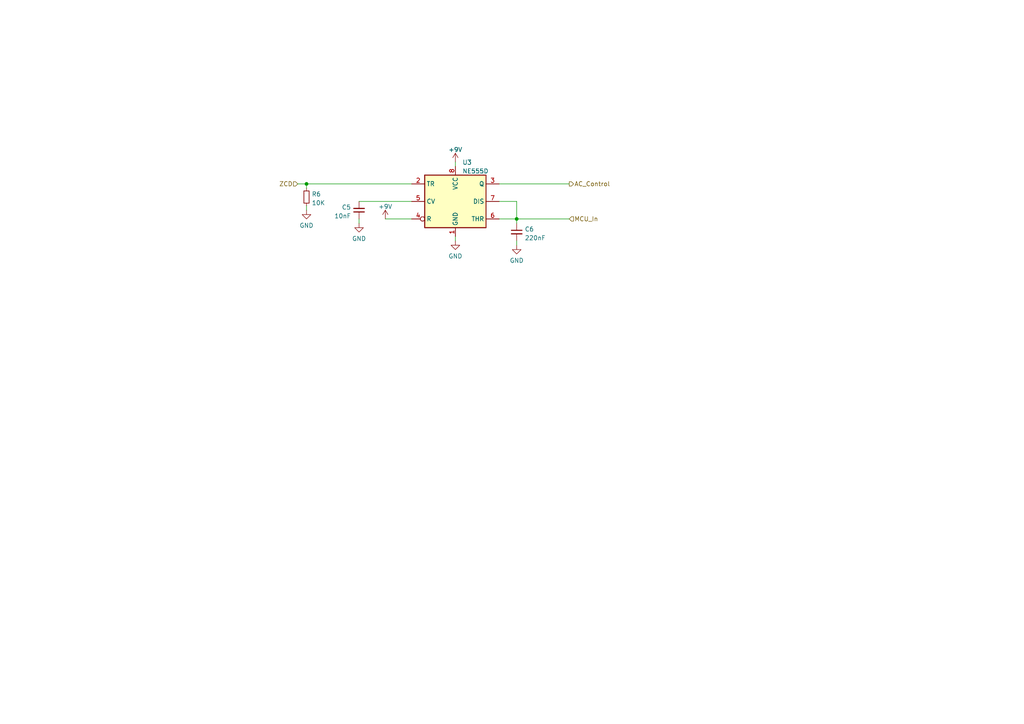
<source format=kicad_sch>
(kicad_sch (version 20211123) (generator eeschema)
  (paper "A4")
  (lib_symbols
    (symbol "Device:C_Small" (pin_numbers hide) (pin_names (offset 0.254) hide)
      (property "Reference" "C" (at 0.254 1.778 0))
      (property "Value" "C_Small" (at 0.254 -2.032 0))
      (symbol "C_Small_0_1"
        (polyline (pts (xy -1.524 -0.508) (xy 1.524 -0.508)) (stroke (width 0.3302)))
        (polyline (pts (xy -1.524 0.508) (xy 1.524 0.508)) (stroke (width 0.3048)))
      )
      (symbol "C_Small_1_1"
        (pin passive line (at 0 2.54 270) (length 2.032) (name "~") (number "1"))
        (pin passive line (at 0 -2.54 90) (length 2.032) (name "~") (number "2"))
      )
    )
    (symbol "Device:R_Small" (pin_numbers hide) (pin_names (offset 0.254) hide)
      (property "Reference" "R" (at 0.762 0.508 0))
      (property "Value" "R_Small" (at 0.762 -1.016 0))
      (symbol "R_Small_0_1"
        (rectangle (start -0.762 1.778) (end 0.762 -1.778) (stroke (width 0.2032)))
      )
      (symbol "R_Small_1_1"
        (pin passive line (at 0 2.54 270) (length 0.762) (name "~") (number "1"))
        (pin passive line (at 0 -2.54 90) (length 0.762) (name "~") (number "2"))
      )
    )
    (symbol "Timer:NE555D"
      (property "Reference" "U" (at -10.16 8.89 0))
      (property "Value" "NE555D" (at 2.54 8.89 0))
      (symbol "NE555D_0_0"
        (pin power_in line (at 0 -10.16 90) (length 2.54) (name "GND") (number "1"))
        (pin power_in line (at 0 10.16 270) (length 2.54) (name "VCC") (number "8"))
      )
      (symbol "NE555D_0_1"
        (rectangle (start -8.89 -7.62) (end 8.89 7.62) (stroke (width 0.254)) (fill (type background)))
        (rectangle (start -8.89 -7.62) (end 8.89 7.62) (stroke (width 0.254)) (fill (type background)))
      )
      (symbol "NE555D_1_1"
        (pin input line (at -12.7 5.08 0) (length 3.81) (name "TR") (number "2"))
        (pin output line (at 12.7 5.08 180) (length 3.81) (name "Q") (number "3"))
        (pin input inverted (at -12.7 -5.08 0) (length 3.81) (name "R") (number "4"))
        (pin input line (at -12.7 0 0) (length 3.81) (name "CV") (number "5"))
        (pin input line (at 12.7 -5.08 180) (length 3.81) (name "THR") (number "6"))
        (pin input line (at 12.7 0 180) (length 3.81) (name "DIS") (number "7"))
      )
    )
    (symbol "power:+9V" (power) (pin_names (offset 0))
      (property "Value" "+9V" (at 0 3.556 0))
      (symbol "+9V_0_1"
        (polyline (pts (xy -0.762 1.27) (xy 0 2.54)))
        (polyline (pts (xy 0 0) (xy 0 2.54)))
        (polyline (pts (xy 0 2.54) (xy 0.762 1.27)))
      )
      (symbol "+9V_1_1"
        (pin power_in line (at 0 0 90) (length 0) hide (name "+9V") (number "1"))
      )
    )
    (symbol "power:GND" (power) (pin_names (offset 0))
      (property "Value" "GND" (at 0 -3.81 0))
      (symbol "GND_0_1"
        (polyline (pts (xy 0 0) (xy 0 -1.27) (xy 1.27 -1.27) (xy 0 -2.54) (xy -1.27 -1.27) (xy 0 -1.27)))
      )
      (symbol "GND_1_1"
        (pin power_in line (at 0 0 270) (length 0) hide (name "GND") (number "1"))
      )
    )
  )
  (junction (at 88.9 53.34))
  (junction (at 149.86 63.5))
  (wire (pts (xy 149.86 64.77) (xy 149.86 63.5)))
  (wire (pts (xy 88.9 53.34) (xy 88.9 54.61)))
  (wire (pts (xy 149.86 69.85) (xy 149.86 71.12)))
  (wire (pts (xy 149.86 63.5) (xy 165.1 63.5)))
  (wire (pts (xy 104.14 58.42) (xy 119.38 58.42)))
  (wire (pts (xy 149.86 58.42) (xy 149.86 63.5)))
  (wire (pts (xy 149.86 63.5) (xy 144.78 63.5)))
  (wire (pts (xy 88.9 59.69) (xy 88.9 60.96)))
  (wire (pts (xy 144.78 53.34) (xy 165.1 53.34)))
  (wire (pts (xy 144.78 58.42) (xy 149.86 58.42)))
  (wire (pts (xy 132.08 68.58) (xy 132.08 69.85)))
  (wire (pts (xy 104.14 63.5) (xy 104.14 64.77)))
  (wire (pts (xy 86.36 53.34) (xy 88.9 53.34)))
  (wire (pts (xy 88.9 53.34) (xy 119.38 53.34)))
  (wire (pts (xy 111.76 63.5) (xy 119.38 63.5)))
  (wire (pts (xy 132.08 46.99) (xy 132.08 48.26)))
  (hierarchical_label "AC_Control" (shape output) (at 165.1 53.34 0))
  (hierarchical_label "MCU_In" (shape input) (at 165.1 63.5 0))
  (hierarchical_label "ZCD" (shape input) (at 86.36 53.34 180))
  (symbol (lib_id "power:+9V") (at 111.76 63.5 0) (unit 1)
    (property "Reference" "#PWR019" (effects hide))
    (property "Value" "+9V" (at 111.76 59.9242 0))
  )
  (symbol (lib_id "power:GND") (at 88.9 60.96 0) (unit 1)
    (property "Reference" "#PWR017" (effects hide))
    (property "Value" "GND" (at 88.9 65.4034 0))
  )
  (symbol (lib_id "power:GND") (at 132.08 69.85 0) (unit 1)
    (property "Reference" "#PWR021" (effects hide))
    (property "Value" "GND" (at 132.08 74.2934 0))
  )
  (symbol (lib_id "Device:R_Small") (at 88.9 57.15 0) (unit 1)
    (property "Reference" "R6" (at 90.3986 56.3153 0) (effects (justify left)))
    (property "Value" "10K" (at 90.3986 58.8522 0) (effects (justify left)))
    (property "Footprint" "Resistor_SMD:R_1206_3216Metric" (effects hide))
  )
  (symbol (lib_id "power:GND") (at 104.14 64.77 0) (unit 1)
    (property "Reference" "#PWR018" (effects hide))
    (property "Value" "GND" (at 104.14 69.2134 0))
  )
  (symbol (lib_id "Device:C_Small") (at 104.14 60.96 0) (mirror x) (unit 1)
    (property "Reference" "C5" (at 101.816 60.1189 0) (effects (justify right)))
    (property "Value" "10nF" (at 101.816 62.6558 0) (effects (justify right)))
    (property "Footprint" "Capacitor_SMD:C_1206_3216Metric" (effects hide))
    (property "voltage_rating" "25V" (effects hide))
  )
  (symbol (lib_id "power:+9V") (at 132.08 46.99 0) (unit 1)
    (property "Reference" "#PWR020" (effects hide))
    (property "Value" "+9V" (at 132.08 43.4142 0))
  )
  (symbol (lib_id "Timer:NE555D") (at 132.08 58.42 0) (unit 1)
    (property "Reference" "U3" (at 134.0994 47.1002 0) (effects (justify left)))
    (property "Value" "NE555D" (at 134.0994 49.6371 0) (effects (justify left)))
    (property "Footprint" "Package_SO:SOIC-8_3.9x4.9mm_P1.27mm" (effects hide))
    (property "Datasheet" "http://www.ti.com/lit/ds/symlink/ne555.pdf" (effects hide))
  )
  (symbol (lib_id "Device:C_Small") (at 149.86 67.31 0) (unit 1)
    (property "Reference" "C6" (at 152.1841 66.4816 0) (effects (justify left)))
    (property "Value" "220nF" (at 152.1841 69.0185 0) (effects (justify left)))
    (property "Footprint" "Capacitor_SMD:C_1206_3216Metric" (effects hide))
    (property "voltage_rating" "25V" (effects hide))
  )
  (symbol (lib_id "power:GND") (at 149.86 71.12 0) (unit 1)
    (property "Reference" "#PWR022" (effects hide))
    (property "Value" "GND" (at 149.86 75.5634 0))
  )
)
</source>
